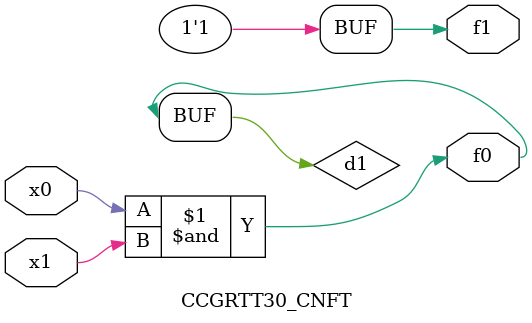
<source format=v>
module CCGRTT30_CNFT(
	input x0, x1,
	output f0, f1
);

	wire d1;

	assign f0 = d1;
	and (d1, x0, x1);
	assign f1 = 1'b1;
endmodule

</source>
